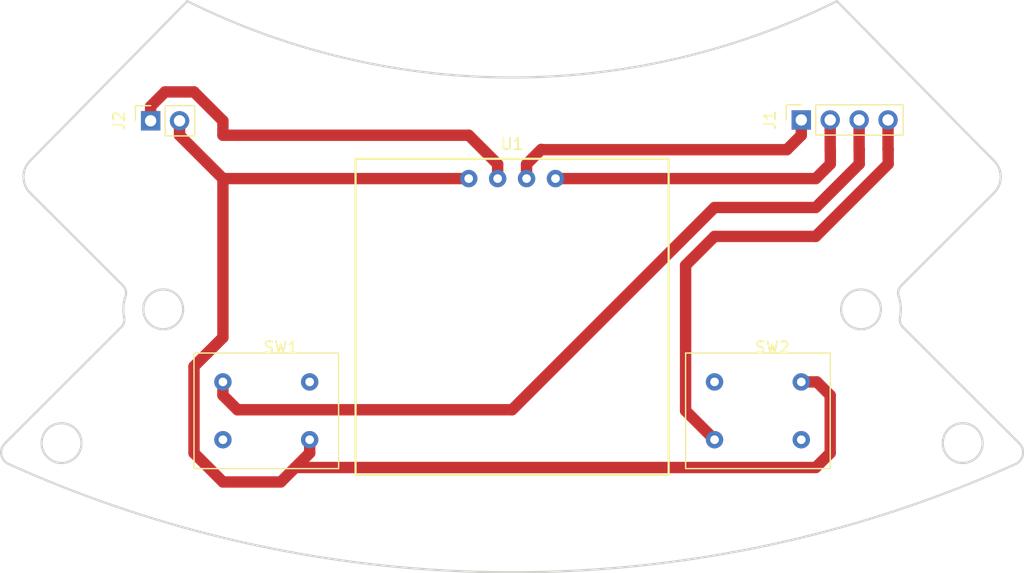
<source format=kicad_pcb>
(kicad_pcb (version 20211014) (generator pcbnew)
  (layers (0 "F.Cu" signal) (31 "B.Cu" signal) (34 "B.Paste" user) (35 "F.Paste" user) (36 "B.SilkS" user "B.Silkscreen") (37 "F.SilkS" user "F.Silkscreen") (38 "B.Mask" user) (39 "F.Mask" user) (44 "Edge.Cuts" user))
  (net 0 "")
  (net 1 "SCL")
  (net 2 "SDA")
  (net 3 "SW_left")
  (net 4 "SW_right")
  (net 5 "+5V")
  (net 6 "GND")
  (footprint "OLED:0.96inchOLED" (layer "F.Cu") (at 0 6.35)
    (fp_text reference "U1" (at 0 -0.5 unlocked) (layer "F.SilkS"))
    (fp_text value "0.96inchOLED")
    (fp_line (start 13.75 0.8) (end 13.75 28.6) (layer "F.SilkS") (width 0.2))
    (fp_line (start -13.75 0.8) (end 13.75 0.8) (layer "F.SilkS") (width 0.2))
    (fp_line (start 13.75 28.6) (end -13.75 28.6) (layer "F.SilkS") (width 0.2))
    (fp_line (start -13.75 28.6) (end -13.75 0.8) (layer "F.SilkS") (width 0.2))
    (pad "1" thru_hole circle (at -3.81 2.54) (size 1.524 1.524) (drill 0.762) (layers *.Cu *.Mask) (net 6 "GND"))
    (pad "2" thru_hole circle (at -1.27 2.54) (size 1.524 1.524) (drill 0.762) (layers *.Cu *.Mask) (net 5 "+5V"))
    (pad "3" thru_hole circle (at 1.27 2.54) (size 1.524 1.524) (drill 0.762) (layers *.Cu *.Mask) (net 1 "SCL"))
    (pad "4" thru_hole circle (at 3.81 2.54) (size 1.524 1.524) (drill 0.762) (layers *.Cu *.Mask) (net 2 "SDA"))
  )
  (footprint "Connector_PinSocket_2.54mm:PinSocket_1x04_P2.54mm_Vertical" (layer "F.Cu") (at 25.4 3.735 90)
    (fp_text reference "J1" (at 0 -2.77 90) (layer "F.SilkS"))
    (fp_text value "I2C/Serial")
    (fp_line (start -1.33 1.27) (end 1.33 1.27) (layer "F.SilkS") (width 0.12))
    (fp_line (start -1.33 1.27) (end -1.33 8.95) (layer "F.SilkS") (width 0.12))
    (fp_line (start 1.33 -1.33) (end 1.33 0) (layer "F.SilkS") (width 0.12))
    (fp_line (start 1.33 1.27) (end 1.33 8.95) (layer "F.SilkS") (width 0.12))
    (fp_line (start 0 -1.33) (end 1.33 -1.33) (layer "F.SilkS") (width 0.12))
    (fp_line (start -1.33 8.95) (end 1.33 8.95) (layer "F.SilkS") (width 0.12))
    (pad "1" thru_hole rect (at 0 0 90) (size 1.7 1.7) (drill 1) (layers *.Cu *.Mask) (net 1 "SCL"))
    (pad "2" thru_hole oval (at 0 2.54 90) (size 1.7 1.7) (drill 1) (layers *.Cu *.Mask) (net 2 "SDA"))
    (pad "3" thru_hole oval (at 0 5.08 90) (size 1.7 1.7) (drill 1) (layers *.Cu *.Mask) (net 3 "SW_left"))
    (pad "4" thru_hole oval (at 0 7.62 90) (size 1.7 1.7) (drill 1) (layers *.Cu *.Mask) (net 4 "SW_right"))
  )
  (footprint "TACTSW:TACTSW" (layer "F.Cu") (at -20.32 24.225)
    (fp_text reference "SW1" (at 0 -0.5 unlocked) (layer "F.SilkS"))
    (fp_text value "left")
    (fp_rect (start -7.62 0) (end 5.08 10.16) (layer "F.SilkS") (width 0.12) (fill none))
    (pad "1" thru_hole circle (at -5.08 2.54) (size 1.524 1.524) (drill 0.762) (layers *.Cu *.Mask) (net 3 "SW_left"))
    (pad "2" thru_hole circle (at -5.08 7.62) (size 1.524 1.524) (drill 0.762) (layers *.Cu *.Mask))
    (pad "3" thru_hole circle (at 2.54 2.54) (size 1.524 1.524) (drill 0.762) (layers *.Cu *.Mask))
    (pad "4" thru_hole circle (at 2.54 7.62) (size 1.524 1.524) (drill 0.762) (layers *.Cu *.Mask) (net 6 "GND"))
  )
  (footprint "Connector_PinSocket_2.54mm:PinSocket_1x02_P2.54mm_Vertical" (layer "F.Cu") (at -31.75 3.81 90)
    (fp_text reference "J2" (at 0 -2.77 90) (layer "F.SilkS"))
    (fp_text value "5V/GND")
    (fp_line (start 1.33 1.27) (end 1.33 3.87) (layer "F.SilkS") (width 0.12))
    (fp_line (start 0 -1.33) (end 1.33 -1.33) (layer "F.SilkS") (width 0.12))
    (fp_line (start -1.33 3.87) (end 1.33 3.87) (layer "F.SilkS") (width 0.12))
    (fp_line (start 1.33 -1.33) (end 1.33 0) (layer "F.SilkS") (width 0.12))
    (fp_line (start -1.33 1.27) (end -1.33 3.87) (layer "F.SilkS") (width 0.12))
    (fp_line (start -1.33 1.27) (end 1.33 1.27) (layer "F.SilkS") (width 0.12))
    (pad "1" thru_hole rect (at 0 0 90) (size 1.7 1.7) (drill 1) (layers *.Cu *.Mask) (net 5 "+5V"))
    (pad "2" thru_hole oval (at 0 2.54 90) (size 1.7 1.7) (drill 1) (layers *.Cu *.Mask) (net 6 "GND"))
  )
  (footprint "TACTSW:TACTSW" (layer "F.Cu") (at 22.86 24.225)
    (fp_text reference "SW2" (at 0 -0.5 unlocked) (layer "F.SilkS"))
    (fp_text value "right")
    (fp_rect (start -7.62 0) (end 5.08 10.16) (layer "F.SilkS") (width 0.12) (fill none))
    (pad "1" thru_hole circle (at -5.08 2.54) (size 1.524 1.524) (drill 0.762) (layers *.Cu *.Mask))
    (pad "2" thru_hole circle (at -5.08 7.62) (size 1.524 1.524) (drill 0.762) (layers *.Cu *.Mask) (net 4 "SW_right"))
    (pad "3" thru_hole circle (at 2.54 2.54) (size 1.524 1.524) (drill 0.762) (layers *.Cu *.Mask) (net 6 "GND"))
    (pad "4" thru_hole circle (at 2.54 7.62) (size 1.524 1.524) (drill 0.762) (layers *.Cu *.Mask))
  )
  (gr_line (start 42.330503 7.321879) (end 41.269842 6.261219) (layer "Edge.Cuts") (width 0.2))
  (gr_line (start -28.528052 -6.709946) (end -42.330503 7.321879) (layer "Edge.Cuts") (width 0.2))
  (gr_circle (center 39.575469 32.144011) (end 37.825469 32.144011) (layer "Edge.Cuts") (width 0.2) (fill none))
  (gr_arc (start -34.069696 21.109948) (mid -34.138737 20.168583) (end -33.953719 19.242999) (layer "Edge.Cuts") (width 0.2))
  (gr_line (start -42.330503 10.150306) (end -34.168015 18.312794) (layer "Edge.Cuts") (width 0.2))
  (gr_line (start 28.528052 -6.709946) (end 41.269842 6.261219) (layer "Edge.Cuts") (width 0.2))
  (gr_arc (start -34.168015 18.312794) (mid -33.927376 18.747145) (end -33.953719 19.242999) (layer "Edge.Cuts") (width 0.2))
  (gr_arc (start 44.551958 32.170749) (mid 44.861757 33.164024) (end 44.220716 33.98356) (layer "Edge.Cuts") (width 0.2))
  (gr_arc (start 33.953719 19.242999) (mid 34.13874 20.168582) (end 34.069696 21.109948) (layer "Edge.Cuts") (width 0.2))
  (gr_arc (start 34.313815 21.932609) (mid 34.087397 21.552246) (end 34.069696 21.109948) (layer "Edge.Cuts") (width 0.2))
  (gr_arc (start 33.953719 19.242999) (mid 33.927383 18.747145) (end 34.168015 18.312794) (layer "Edge.Cuts") (width 0.2))
  (gr_arc (start -44.220716 33.98356) (mid -44.861765 33.164022) (end -44.551958 32.170749) (layer "Edge.Cuts") (width 0.2))
  (gr_arc (start 0 0) (mid -14.653269 -1.700066) (end -28.528052 -6.709946) (layer "Edge.Cuts") (width 0.2))
  (gr_arc (start 44.220716 33.98356) (mid 22.616556 41.093964) (end 0 43.499999) (layer "Edge.Cuts") (width 0.2))
  (gr_line (start 42.330503 10.150306) (end 34.168015 18.312794) (layer "Edge.Cuts") (width 0.2))
  (gr_line (start 34.313815 21.932609) (end 44.551958 32.170749) (layer "Edge.Cuts") (width 0.2))
  (gr_line (start -34.313815 21.932609) (end -44.551958 32.170749) (layer "Edge.Cuts") (width 0.2))
  (gr_arc (start -34.069696 21.109948) (mid -34.087403 21.552242) (end -34.313815 21.932609) (layer "Edge.Cuts") (width 0.2))
  (gr_circle (center -30.645474 20.385588) (end -32.395474 20.385588) (layer "Edge.Cuts") (width 0.2) (fill none))
  (gr_arc (start 28.528052 -6.709946) (mid 14.653269 -1.700066) (end 0 0) (layer "Edge.Cuts") (width 0.2))
  (gr_arc (start -42.330503 10.150306) (mid -42.916288 8.736094) (end -42.330503 7.321879) (layer "Edge.Cuts") (width 0.2))
  (gr_arc (start 0 43.499999) (mid -22.616556 41.093964) (end -44.220716 33.98356) (layer "Edge.Cuts") (width 0.2))
  (gr_circle (center 30.645474 20.385588) (end 28.895474 20.385588) (layer "Edge.Cuts") (width 0.2) (fill none))
  (gr_circle (center -39.575469 32.144011) (end -41.325469 32.144011) (layer "Edge.Cuts") (width 0.2) (fill none))
  (gr_arc (start 42.330503 7.321879) (mid 42.916289 8.736093) (end 42.330503 10.150306) (layer "Edge.Cuts") (width 0.2))
  (segment (start 2.59 6.35) (end 2.565 6.325) (width 1) (layer "F.Cu") (net 1))
  (segment (start 25.4 3.735) (end 25.4 5.08) (width 1) (layer "F.Cu") (net 1))
  (segment (start 24.13 6.35) (end 2.59 6.35) (width 1) (layer "F.Cu") (net 1))
  (segment (start 2.565 6.325) (end 1.27 7.62) (width 1) (layer "F.Cu") (net 1))
  (segment (start 1.27 7.62) (end 1.27 8.89) (width 1) (layer "F.Cu") (net 1))
  (segment (start 25.4 5.08) (end 24.13 6.35) (width 1) (layer "F.Cu") (net 1))
  (segment (start 26.67 8.89) (end 27.95 7.61) (width 1) (layer "F.Cu") (net 2))
  (segment (start 27.94 3.735) (end 27.94 6.315) (width 1) (layer "F.Cu") (net 2))
  (segment (start 27.95 7.61) (end 27.95 6.325) (width 1) (layer "F.Cu") (net 2))
  (segment (start 27.94 6.315) (end 27.95 6.325) (width 1) (layer "F.Cu") (net 2))
  (segment (start 3.81 8.89) (end 26.67 8.89) (width 1) (layer "F.Cu") (net 2))
  (segment (start -25.4 27.94) (end -25.4 26.765) (width 1) (layer "F.Cu") (net 3))
  (segment (start 30.49 7.61) (end 26.67 11.43) (width 1) (layer "F.Cu") (net 3))
  (segment (start -24.13 29.21) (end -25.4 27.94) (width 1) (layer "F.Cu") (net 3))
  (segment (start 30.48 3.735) (end 30.48 6.315) (width 1) (layer "F.Cu") (net 3))
  (segment (start 30.48 6.315) (end 30.49 6.325) (width 1) (layer "F.Cu") (net 3))
  (segment (start 26.67 11.43) (end 17.78 11.43) (width 1) (layer "F.Cu") (net 3))
  (segment (start 0 29.21) (end -24.13 29.21) (width 1) (layer "F.Cu") (net 3))
  (segment (start 17.78 11.43) (end 0 29.21) (width 1) (layer "F.Cu") (net 3))
  (segment (start 30.49 6.325) (end 30.49 7.61) (width 1) (layer "F.Cu") (net 3))
  (segment (start 33.02 3.735) (end 33.02 6.315) (width 1) (layer "F.Cu") (net 4))
  (segment (start 33.03 7.61) (end 26.67 13.97) (width 1) (layer "F.Cu") (net 4))
  (segment (start 17.78 13.97) (end 15.24 16.51) (width 1) (layer "F.Cu") (net 4))
  (segment (start 26.67 13.97) (end 17.78 13.97) (width 1) (layer "F.Cu") (net 4))
  (segment (start 15.24 29.305) (end 17.78 31.845) (width 1) (layer "F.Cu") (net 4))
  (segment (start 15.24 16.51) (end 15.24 29.305) (width 1) (layer "F.Cu") (net 4))
  (segment (start 33.03 6.325) (end 33.03 7.61) (width 1) (layer "F.Cu") (net 4))
  (segment (start 33.02 6.315) (end 33.03 6.325) (width 1) (layer "F.Cu") (net 4))
  (segment (start -1.27 7.62) (end -1.27 8.89) (width 1) (layer "F.Cu") (net 5))
  (segment (start -27.94 1.27) (end -25.4 3.81) (width 1) (layer "F.Cu") (net 5))
  (segment (start -31.75 2.54) (end -30.48 1.27) (width 1) (layer "F.Cu") (net 5))
  (segment (start -3.81 5.08) (end -1.27 7.62) (width 1) (layer "F.Cu") (net 5))
  (segment (start -30.48 1.27) (end -27.94 1.27) (width 1) (layer "F.Cu") (net 5))
  (segment (start -25.4 5.08) (end -3.81 5.08) (width 1) (layer "F.Cu") (net 5))
  (segment (start -31.75 3.81) (end -31.75 2.54) (width 1) (layer "F.Cu") (net 5))
  (segment (start -25.4 3.81) (end -25.4 5.08) (width 1) (layer "F.Cu") (net 5))
  (segment (start 26.765 26.765) (end 27.94 27.94) (width 1) (layer "F.Cu") (net 6))
  (segment (start -17.78 33.02) (end -17.78 31.845) (width 1) (layer "F.Cu") (net 6))
  (segment (start -20.32 35.56) (end -19.05 34.29) (width 1) (layer "F.Cu") (net 6))
  (segment (start -25.4 8.89) (end -25.4 22.86) (width 1) (layer "F.Cu") (net 6))
  (segment (start -25.4 22.86) (end -27.94 25.4) (width 1) (layer "F.Cu") (net 6))
  (segment (start -29.21 3.81) (end -29.21 5.08) (width 1) (layer "F.Cu") (net 6))
  (segment (start -25.4 35.56) (end -20.32 35.56) (width 1) (layer "F.Cu") (net 6))
  (segment (start -3.81 8.89) (end -25.4 8.89) (width 1) (layer "F.Cu") (net 6))
  (segment (start -27.94 25.4) (end -27.94 33.02) (width 1) (layer "F.Cu") (net 6))
  (segment (start 25.4 26.765) (end 26.765 26.765) (width 1) (layer "F.Cu") (net 6))
  (segment (start 26.67 34.29) (end -19.05 34.29) (width 1) (layer "F.Cu") (net 6))
  (segment (start -27.94 33.02) (end -25.4 35.56) (width 1) (layer "F.Cu") (net 6))
  (segment (start 27.94 33.02) (end 26.67 34.29) (width 1) (layer "F.Cu") (net 6))
  (segment (start -19.05 34.29) (end -17.78 33.02) (width 1) (layer "F.Cu") (net 6))
  (segment (start -29.21 5.08) (end -25.4 8.89) (width 1) (layer "F.Cu") (net 6))
  (segment (start 27.94 27.94) (end 27.94 33.02) (width 1) (layer "F.Cu") (net 6))
)
</source>
